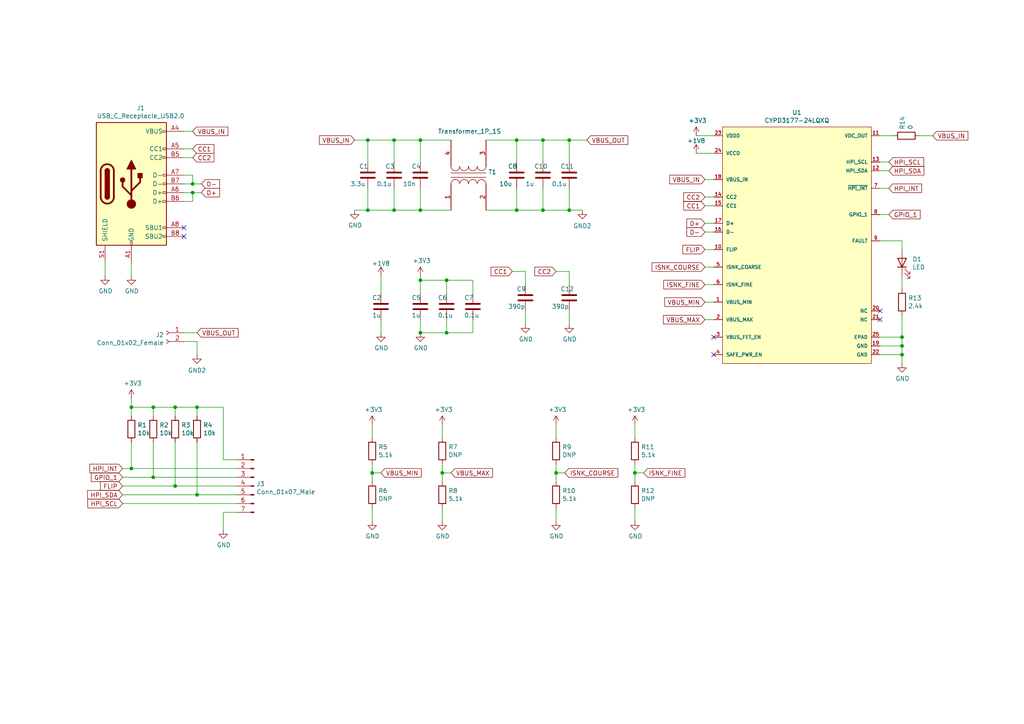
<source format=kicad_sch>
(kicad_sch (version 20211123) (generator eeschema)
  (paper "A4")
  (lib_symbols
    (symbol "Connector:Conn_01x02_Female" (pin_names (offset 1.016) hide)
      (property "Reference" "J" (at 0 2.54 0))
      (property "Value" "Conn_01x02_Female" (at 0 -5.08 0))
      (symbol "Conn_01x02_Female_1_1"
        (arc (start 0 -2.032) (mid -0.508 -2.54) (end 0 -3.048) (stroke (width 0.1524)))
        (polyline (pts (xy -1.27 -2.54) (xy -0.508 -2.54)) (stroke (width 0.1524)))
        (polyline (pts (xy -1.27 0) (xy -0.508 0)) (stroke (width 0.1524)))
        (arc (start 0 0.508) (mid -0.508 0) (end 0 -0.508) (stroke (width 0.1524)))
        (pin passive line (at -5.08 0 0) (length 3.81) (name "Pin_1") (number "1"))
        (pin passive line (at -5.08 -2.54 0) (length 3.81) (name "Pin_2") (number "2"))
      )
    )
    (symbol "Connector:Conn_01x07_Male" (pin_names (offset 1.016) hide)
      (property "Reference" "J" (at 0 10.16 0))
      (property "Value" "Conn_01x07_Male" (at 0 -10.16 0))
      (symbol "Conn_01x07_Male_1_1"
        (polyline (pts (xy 1.27 -7.62) (xy 0.8636 -7.62)) (stroke (width 0.1524)))
        (polyline (pts (xy 1.27 -5.08) (xy 0.8636 -5.08)) (stroke (width 0.1524)))
        (polyline (pts (xy 1.27 -2.54) (xy 0.8636 -2.54)) (stroke (width 0.1524)))
        (polyline (pts (xy 1.27 0) (xy 0.8636 0)) (stroke (width 0.1524)))
        (polyline (pts (xy 1.27 2.54) (xy 0.8636 2.54)) (stroke (width 0.1524)))
        (polyline (pts (xy 1.27 5.08) (xy 0.8636 5.08)) (stroke (width 0.1524)))
        (polyline (pts (xy 1.27 7.62) (xy 0.8636 7.62)) (stroke (width 0.1524)))
        (rectangle (start 0.8636 -7.493) (end 0 -7.747) (stroke (width 0.1524)) (fill (type outline)))
        (rectangle (start 0.8636 -4.953) (end 0 -5.207) (stroke (width 0.1524)) (fill (type outline)))
        (rectangle (start 0.8636 -2.413) (end 0 -2.667) (stroke (width 0.1524)) (fill (type outline)))
        (rectangle (start 0.8636 0.127) (end 0 -0.127) (stroke (width 0.1524)) (fill (type outline)))
        (rectangle (start 0.8636 2.667) (end 0 2.413) (stroke (width 0.1524)) (fill (type outline)))
        (rectangle (start 0.8636 5.207) (end 0 4.953) (stroke (width 0.1524)) (fill (type outline)))
        (rectangle (start 0.8636 7.747) (end 0 7.493) (stroke (width 0.1524)) (fill (type outline)))
        (pin passive line (at 5.08 7.62 180) (length 3.81) (name "Pin_1") (number "1"))
        (pin passive line (at 5.08 5.08 180) (length 3.81) (name "Pin_2") (number "2"))
        (pin passive line (at 5.08 2.54 180) (length 3.81) (name "Pin_3") (number "3"))
        (pin passive line (at 5.08 0 180) (length 3.81) (name "Pin_4") (number "4"))
        (pin passive line (at 5.08 -2.54 180) (length 3.81) (name "Pin_5") (number "5"))
        (pin passive line (at 5.08 -5.08 180) (length 3.81) (name "Pin_6") (number "6"))
        (pin passive line (at 5.08 -7.62 180) (length 3.81) (name "Pin_7") (number "7"))
      )
    )
    (symbol "Connector:USB_C_Receptacle_USB2.0" (pin_names (offset 1.016))
      (property "Reference" "J" (at -10.16 19.05 0))
      (property "Value" "USB_C_Receptacle_USB2.0" (at 19.05 19.05 0))
      (symbol "USB_C_Receptacle_USB2.0_0_0"
        (rectangle (start -0.254 -17.78) (end 0.254 -16.764))
        (rectangle (start 10.16 -14.986) (end 9.144 -15.494))
        (rectangle (start 10.16 -12.446) (end 9.144 -12.954))
        (rectangle (start 10.16 -4.826) (end 9.144 -5.334))
        (rectangle (start 10.16 -2.286) (end 9.144 -2.794))
        (rectangle (start 10.16 0.254) (end 9.144 -0.254))
        (rectangle (start 10.16 2.794) (end 9.144 2.286))
        (rectangle (start 10.16 7.874) (end 9.144 7.366))
        (rectangle (start 10.16 10.414) (end 9.144 9.906))
        (rectangle (start 10.16 15.494) (end 9.144 14.986))
      )
      (symbol "USB_C_Receptacle_USB2.0_0_1"
        (rectangle (start -10.16 17.78) (end 10.16 -17.78) (stroke (width 0.254)) (fill (type background)))
        (arc (start -8.89 -3.81) (mid -6.985 -5.715) (end -5.08 -3.81) (stroke (width 0.508)))
        (arc (start -7.62 -3.81) (mid -6.985 -4.445) (end -6.35 -3.81) (stroke (width 0.254)))
        (arc (start -7.62 -3.81) (mid -6.985 -4.445) (end -6.35 -3.81) (stroke (width 0.254)) (fill (type outline)))
        (rectangle (start -7.62 -3.81) (end -6.35 3.81) (stroke (width 0.254)) (fill (type outline)))
        (arc (start -6.35 3.81) (mid -6.985 4.445) (end -7.62 3.81) (stroke (width 0.254)))
        (arc (start -6.35 3.81) (mid -6.985 4.445) (end -7.62 3.81) (stroke (width 0.254)) (fill (type outline)))
        (arc (start -5.08 3.81) (mid -6.985 5.715) (end -8.89 3.81) (stroke (width 0.508)))
        (circle (center -2.54 1.143) (radius 0.635) (stroke (width 0.254)) (fill (type outline)))
        (circle (center 0 -5.842) (radius 1.27) (fill (type outline)))
        (polyline (pts (xy -8.89 -3.81) (xy -8.89 3.81)) (stroke (width 0.508)))
        (polyline (pts (xy -5.08 3.81) (xy -5.08 -3.81)) (stroke (width 0.508)))
        (polyline (pts (xy 0 -5.842) (xy 0 4.318)) (stroke (width 0.508)))
        (polyline (pts (xy 0 -3.302) (xy -2.54 -0.762) (xy -2.54 0.508)) (stroke (width 0.508)))
        (polyline (pts (xy 0 -2.032) (xy 2.54 0.508) (xy 2.54 1.778)) (stroke (width 0.508)))
        (polyline (pts (xy -1.27 4.318) (xy 0 6.858) (xy 1.27 4.318) (xy -1.27 4.318)) (stroke (width 0.254)) (fill (type outline)))
        (rectangle (start 1.905 1.778) (end 3.175 3.048) (stroke (width 0.254)) (fill (type outline)))
      )
      (symbol "USB_C_Receptacle_USB2.0_1_1"
        (pin passive line (at 0 -22.86 90) (length 5.08) (name "GND") (number "A1"))
        (pin passive line (at 0 -22.86 90) (length 5.08) hide (name "GND") (number "A12"))
        (pin passive line (at 15.24 15.24 180) (length 5.08) (name "VBUS") (number "A4"))
        (pin bidirectional line (at 15.24 10.16 180) (length 5.08) (name "CC1") (number "A5"))
        (pin bidirectional line (at 15.24 -2.54 180) (length 5.08) (name "D+") (number "A6"))
        (pin bidirectional line (at 15.24 2.54 180) (length 5.08) (name "D-") (number "A7"))
        (pin bidirectional line (at 15.24 -12.7 180) (length 5.08) (name "SBU1") (number "A8"))
        (pin passive line (at 15.24 15.24 180) (length 5.08) hide (name "VBUS") (number "A9"))
        (pin passive line (at 0 -22.86 90) (length 5.08) hide (name "GND") (number "B1"))
        (pin passive line (at 0 -22.86 90) (length 5.08) hide (name "GND") (number "B12"))
        (pin passive line (at 15.24 15.24 180) (length 5.08) hide (name "VBUS") (number "B4"))
        (pin bidirectional line (at 15.24 7.62 180) (length 5.08) (name "CC2") (number "B5"))
        (pin bidirectional line (at 15.24 -5.08 180) (length 5.08) (name "D+") (number "B6"))
        (pin bidirectional line (at 15.24 0 180) (length 5.08) (name "D-") (number "B7"))
        (pin bidirectional line (at 15.24 -15.24 180) (length 5.08) (name "SBU2") (number "B8"))
        (pin passive line (at 15.24 15.24 180) (length 5.08) hide (name "VBUS") (number "B9"))
        (pin passive line (at -7.62 -22.86 90) (length 5.08) (name "SHIELD") (number "S1"))
      )
    )
    (symbol "Device:C" (pin_numbers hide) (pin_names (offset 0.254))
      (property "Reference" "C" (at 0.635 2.54 0))
      (property "Value" "C" (at 0.635 -2.54 0))
      (symbol "C_0_1"
        (polyline (pts (xy -2.032 -0.762) (xy 2.032 -0.762)) (stroke (width 0.508)))
        (polyline (pts (xy -2.032 0.762) (xy 2.032 0.762)) (stroke (width 0.508)))
      )
      (symbol "C_1_1"
        (pin passive line (at 0 3.81 270) (length 2.794) (name "~") (number "1"))
        (pin passive line (at 0 -3.81 90) (length 2.794) (name "~") (number "2"))
      )
    )
    (symbol "Device:LED" (pin_numbers hide) (pin_names (offset 1.016) hide)
      (property "Reference" "D" (at 0 2.54 0))
      (property "Value" "LED" (at 0 -2.54 0))
      (symbol "LED_0_1"
        (polyline (pts (xy -1.27 -1.27) (xy -1.27 1.27)) (stroke (width 0.254)))
        (polyline (pts (xy -1.27 0) (xy 1.27 0)))
        (polyline (pts (xy 1.27 -1.27) (xy 1.27 1.27) (xy -1.27 0) (xy 1.27 -1.27)) (stroke (width 0.254)))
        (polyline (pts (xy -3.048 -0.762) (xy -4.572 -2.286) (xy -3.81 -2.286) (xy -4.572 -2.286) (xy -4.572 -1.524)))
        (polyline (pts (xy -1.778 -0.762) (xy -3.302 -2.286) (xy -2.54 -2.286) (xy -3.302 -2.286) (xy -3.302 -1.524)))
      )
      (symbol "LED_1_1"
        (pin passive line (at -3.81 0 0) (length 2.54) (name "K") (number "1"))
        (pin passive line (at 3.81 0 180) (length 2.54) (name "A") (number "2"))
      )
    )
    (symbol "Device:R" (pin_numbers hide) (pin_names (offset 0))
      (property "Reference" "R" (at 2.032 0 90))
      (property "Value" "R" (at 0 0 90))
      (symbol "R_0_1"
        (rectangle (start -1.016 -2.54) (end 1.016 2.54) (stroke (width 0.254)))
      )
      (symbol "R_1_1"
        (pin passive line (at 0 3.81 270) (length 1.27) (name "~") (number "1"))
        (pin passive line (at 0 -3.81 90) (length 1.27) (name "~") (number "2"))
      )
    )
    (symbol "Device:Transformer_1P_1S" (pin_names (offset 1.016) hide)
      (property "Reference" "T" (at 0 6.35 0))
      (property "Value" "Transformer_1P_1S" (at 0 -7.62 0))
      (symbol "Transformer_1P_1S_0_1"
        (arc (start -2.54 -5.0546) (mid -1.6561 -4.6863) (end -1.27 -3.81))
        (arc (start -2.54 -2.5146) (mid -1.6561 -2.1463) (end -1.27 -1.27))
        (arc (start -2.54 0.0254) (mid -1.6561 0.3937) (end -1.27 1.27))
        (arc (start -2.54 2.5654) (mid -1.6561 2.9337) (end -1.27 3.81))
        (arc (start -1.27 -3.81) (mid -1.642 -2.912) (end -2.54 -2.54))
        (arc (start -1.27 -1.27) (mid -1.642 -0.372) (end -2.54 0))
        (arc (start -1.27 1.27) (mid -1.642 2.168) (end -2.54 2.54))
        (arc (start -1.27 3.81) (mid -1.642 4.708) (end -2.54 5.08))
        (polyline (pts (xy -0.635 5.08) (xy -0.635 -5.08)))
        (polyline (pts (xy 0.635 -5.08) (xy 0.635 5.08)))
        (arc (start 1.2954 -1.27) (mid 1.6599 -2.1501) (end 2.54 -2.5146))
        (arc (start 1.2954 1.27) (mid 1.6599 0.3899) (end 2.54 0.0254))
        (arc (start 1.2954 3.81) (mid 1.6599 2.9299) (end 2.54 2.5654))
        (arc (start 1.3208 -3.81) (mid 1.6853 -4.6901) (end 2.5654 -5.0546))
        (arc (start 2.54 0) (mid 1.6456 -0.3683) (end 1.2954 -1.27))
        (arc (start 2.54 2.54) (mid 1.6456 2.1717) (end 1.2954 1.27))
        (arc (start 2.54 5.08) (mid 1.6456 4.7117) (end 1.2954 3.81))
        (arc (start 2.5654 -2.54) (mid 1.671 -2.9083) (end 1.3208 -3.81))
      )
      (symbol "Transformer_1P_1S_1_1"
        (pin passive line (at -10.16 5.08 0) (length 7.62) (name "AA") (number "1"))
        (pin passive line (at -10.16 -5.08 0) (length 7.62) (name "AB") (number "2"))
        (pin passive line (at 10.16 -5.08 180) (length 7.62) (name "SA") (number "3"))
        (pin passive line (at 10.16 5.08 180) (length 7.62) (name "SB") (number "4"))
      )
    )
    (symbol "eec:CYPD3177-24LQXQ" (pin_names (offset 1.016))
      (property "Reference" "U" (at 0 5.08 0))
      (property "Value" "CYPD3177-24LQXQ" (at 0 7.62 0))
      (symbol "CYPD3177-24LQXQ_1_1"
        (rectangle (start 5.08 2.54) (end 48.26 -66.04) (fill (type background)))
        (pin passive line (at 2.54 -48.26 0) (length 2.54) (name "VBUS_MIN") (number "1"))
        (pin bidirectional line (at 2.54 -33.02 0) (length 2.54) (name "FLIP") (number "10"))
        (pin passive line (at 50.8 0 180) (length 2.54) (name "VDC_OUT") (number "11"))
        (pin bidirectional line (at 50.8 -10.16 180) (length 2.54) (name "HPI_SDA") (number "12"))
        (pin input line (at 50.8 -7.62 180) (length 2.54) (name "HPI_SCL") (number "13"))
        (pin passive line (at 2.54 -17.78 0) (length 2.54) (name "CC2") (number "14"))
        (pin passive line (at 2.54 -20.32 0) (length 2.54) (name "CC1") (number "15"))
        (pin bidirectional line (at 2.54 -27.94 0) (length 2.54) (name "D-") (number "16"))
        (pin bidirectional line (at 2.54 -25.4 0) (length 2.54) (name "D+") (number "17"))
        (pin power_in line (at 2.54 -12.7 0) (length 2.54) (name "VBUS_IN") (number "18"))
        (pin power_in line (at 50.8 -60.96 180) (length 2.54) (name "GND") (number "19"))
        (pin passive line (at 2.54 -53.34 0) (length 2.54) (name "VBUS_MAX") (number "2"))
        (pin passive line (at 50.8 -50.8 180) (length 2.54) (name "NC") (number "20"))
        (pin passive line (at 50.8 -53.34 180) (length 2.54) (name "NC") (number "21"))
        (pin power_in line (at 50.8 -63.5 180) (length 2.54) (name "GND") (number "22"))
        (pin power_in line (at 2.54 0 0) (length 2.54) (name "VDDD") (number "23"))
        (pin power_in line (at 2.54 -5.08 0) (length 2.54) (name "VCCD") (number "24"))
        (pin power_in line (at 50.8 -58.42 180) (length 2.54) (name "EPAD") (number "25"))
        (pin passive line (at 2.54 -58.42 0) (length 2.54) (name "VBUS_FET_EN") (number "3"))
        (pin passive line (at 2.54 -63.5 0) (length 2.54) (name "SAFE_PWR_EN") (number "4"))
        (pin passive line (at 2.54 -38.1 0) (length 2.54) (name "ISNK_COARSE") (number "5"))
        (pin passive line (at 2.54 -43.18 0) (length 2.54) (name "ISNK_FINE") (number "6"))
        (pin passive line (at 50.8 -15.24 180) (length 2.54) (name "~{HPI_INT}") (number "7"))
        (pin bidirectional line (at 50.8 -22.86 180) (length 2.54) (name "GPIO_1") (number "8"))
        (pin open_collector line (at 50.8 -30.48 180) (length 2.54) (name "FAULT") (number "9"))
      )
    )
    (symbol "power:+1V8" (power) (pin_names (offset 0))
      (property "Value" "+1V8" (at 0 3.556 0))
      (symbol "+1V8_0_1"
        (polyline (pts (xy -0.762 1.27) (xy 0 2.54)))
        (polyline (pts (xy 0 0) (xy 0 2.54)))
        (polyline (pts (xy 0 2.54) (xy 0.762 1.27)))
      )
      (symbol "+1V8_1_1"
        (pin power_in line (at 0 0 90) (length 0) hide (name "+1V8") (number "1"))
      )
    )
    (symbol "power:+3.3V" (power) (pin_names (offset 0))
      (property "Value" "+3.3V" (at 0 3.556 0))
      (symbol "+3.3V_0_1"
        (polyline (pts (xy -0.762 1.27) (xy 0 2.54)))
        (polyline (pts (xy 0 0) (xy 0 2.54)))
        (polyline (pts (xy 0 2.54) (xy 0.762 1.27)))
      )
      (symbol "+3.3V_1_1"
        (pin power_in line (at 0 0 90) (length 0) hide (name "+3V3") (number "1"))
      )
    )
    (symbol "power:GND" (power) (pin_names (offset 0))
      (property "Value" "GND" (at 0 -3.81 0))
      (symbol "GND_0_1"
        (polyline (pts (xy 0 0) (xy 0 -1.27) (xy 1.27 -1.27) (xy 0 -2.54) (xy -1.27 -1.27) (xy 0 -1.27)))
      )
      (symbol "GND_1_1"
        (pin power_in line (at 0 0 270) (length 0) hide (name "GND") (number "1"))
      )
    )
    (symbol "power:GND2" (power) (pin_names (offset 0))
      (property "Value" "GND2" (at 0 -3.81 0))
      (symbol "GND2_0_1"
        (polyline (pts (xy 0 0) (xy 0 -1.27) (xy 1.27 -1.27) (xy 0 -2.54) (xy -1.27 -1.27) (xy 0 -1.27)))
      )
      (symbol "GND2_1_1"
        (pin power_in line (at 0 0 270) (length 0) hide (name "GND2") (number "1"))
      )
    )
  )
  (junction (at 55.88 53.34))
  (junction (at 57.15 143.51))
  (junction (at 184.15 137.16))
  (junction (at 50.8 118.11))
  (junction (at 114.3 60.96))
  (junction (at 165.1 40.64))
  (junction (at 149.86 60.96))
  (junction (at 57.15 118.11))
  (junction (at 106.68 40.64))
  (junction (at 261.62 100.33))
  (junction (at 114.3 40.64))
  (junction (at 165.1 60.96))
  (junction (at 44.45 138.43))
  (junction (at 38.1 135.89))
  (junction (at 107.95 137.16))
  (junction (at 50.8 140.97))
  (junction (at 128.27 137.16))
  (junction (at 121.92 96.52))
  (junction (at 149.86 40.64))
  (junction (at 121.92 60.96))
  (junction (at 157.48 60.96))
  (junction (at 261.62 97.79))
  (junction (at 38.1 118.11))
  (junction (at 106.68 60.96))
  (junction (at 129.54 81.28))
  (junction (at 44.45 118.11))
  (junction (at 129.54 96.52))
  (junction (at 161.29 137.16))
  (junction (at 121.92 40.64))
  (junction (at 55.88 55.88))
  (junction (at 157.48 40.64))
  (junction (at 121.92 81.28))
  (junction (at 261.62 102.87))
  (no_connect (at 53.34 68.58))
  (no_connect (at 255.27 92.71))
  (no_connect (at 255.27 90.17))
  (no_connect (at 207.01 97.79))
  (no_connect (at 207.01 102.87))
  (no_connect (at 53.34 66.04))
  (wire (pts (xy 152.4 90.17) (xy 152.4 93.98)))
  (wire (pts (xy 128.27 123.19) (xy 128.27 127)))
  (wire (pts (xy 106.68 54.61) (xy 106.68 60.96)))
  (wire (pts (xy 184.15 137.16) (xy 186.69 137.16)))
  (wire (pts (xy 157.48 60.96) (xy 149.86 60.96)))
  (wire (pts (xy 129.54 92.71) (xy 129.54 96.52)))
  (wire (pts (xy 50.8 120.65) (xy 50.8 118.11)))
  (wire (pts (xy 161.29 78.74) (xy 165.1 78.74)))
  (wire (pts (xy 261.62 97.79) (xy 261.62 100.33)))
  (wire (pts (xy 64.77 133.35) (xy 68.58 133.35)))
  (wire (pts (xy 255.27 100.33) (xy 261.62 100.33)))
  (wire (pts (xy 121.92 40.64) (xy 121.92 46.99)))
  (wire (pts (xy 38.1 115.57) (xy 38.1 118.11)))
  (wire (pts (xy 165.1 90.17) (xy 165.1 93.98)))
  (wire (pts (xy 204.47 82.55) (xy 207.01 82.55)))
  (wire (pts (xy 106.68 60.96) (xy 114.3 60.96)))
  (wire (pts (xy 140.97 40.64) (xy 149.86 40.64)))
  (wire (pts (xy 184.15 147.32) (xy 184.15 151.13)))
  (wire (pts (xy 137.16 85.09) (xy 137.16 81.28)))
  (wire (pts (xy 121.92 92.71) (xy 121.92 96.52)))
  (wire (pts (xy 137.16 81.28) (xy 129.54 81.28)))
  (wire (pts (xy 64.77 118.11) (xy 64.77 133.35)))
  (wire (pts (xy 129.54 81.28) (xy 121.92 81.28)))
  (wire (pts (xy 110.49 80.01) (xy 110.49 85.09)))
  (wire (pts (xy 44.45 118.11) (xy 50.8 118.11)))
  (wire (pts (xy 128.27 147.32) (xy 128.27 151.13)))
  (wire (pts (xy 30.48 76.2) (xy 30.48 80.01)))
  (wire (pts (xy 121.92 40.64) (xy 130.81 40.64)))
  (wire (pts (xy 165.1 40.64) (xy 170.18 40.64)))
  (wire (pts (xy 55.88 53.34) (xy 58.42 53.34)))
  (wire (pts (xy 57.15 118.11) (xy 57.15 120.65)))
  (wire (pts (xy 204.47 67.31) (xy 207.01 67.31)))
  (wire (pts (xy 107.95 123.19) (xy 107.95 127)))
  (wire (pts (xy 201.93 39.37) (xy 207.01 39.37)))
  (wire (pts (xy 204.47 52.07) (xy 207.01 52.07)))
  (wire (pts (xy 114.3 40.64) (xy 114.3 46.99)))
  (wire (pts (xy 255.27 39.37) (xy 259.08 39.37)))
  (wire (pts (xy 53.34 38.1) (xy 55.88 38.1)))
  (wire (pts (xy 129.54 96.52) (xy 137.16 96.52)))
  (wire (pts (xy 137.16 92.71) (xy 137.16 96.52)))
  (wire (pts (xy 165.1 40.64) (xy 165.1 46.99)))
  (wire (pts (xy 204.47 72.39) (xy 207.01 72.39)))
  (wire (pts (xy 255.27 49.53) (xy 257.81 49.53)))
  (wire (pts (xy 129.54 81.28) (xy 129.54 85.09)))
  (wire (pts (xy 53.34 99.06) (xy 57.15 99.06)))
  (wire (pts (xy 57.15 128.27) (xy 57.15 143.51)))
  (wire (pts (xy 266.7 39.37) (xy 270.51 39.37)))
  (wire (pts (xy 102.87 60.96) (xy 106.68 60.96)))
  (wire (pts (xy 148.59 78.74) (xy 152.4 78.74)))
  (wire (pts (xy 35.56 135.89) (xy 38.1 135.89)))
  (wire (pts (xy 35.56 140.97) (xy 50.8 140.97)))
  (wire (pts (xy 44.45 118.11) (xy 44.45 120.65)))
  (wire (pts (xy 255.27 54.61) (xy 257.81 54.61)))
  (wire (pts (xy 161.29 147.32) (xy 161.29 151.13)))
  (wire (pts (xy 55.88 53.34) (xy 53.34 53.34)))
  (wire (pts (xy 55.88 58.42) (xy 55.88 55.88)))
  (wire (pts (xy 261.62 91.44) (xy 261.62 97.79)))
  (wire (pts (xy 261.62 100.33) (xy 261.62 102.87)))
  (wire (pts (xy 128.27 137.16) (xy 130.81 137.16)))
  (wire (pts (xy 38.1 76.2) (xy 38.1 80.01)))
  (wire (pts (xy 128.27 134.62) (xy 128.27 137.16)))
  (wire (pts (xy 110.49 92.71) (xy 110.49 96.52)))
  (wire (pts (xy 64.77 118.11) (xy 57.15 118.11)))
  (wire (pts (xy 68.58 148.59) (xy 64.77 148.59)))
  (wire (pts (xy 149.86 40.64) (xy 149.86 46.99)))
  (wire (pts (xy 50.8 140.97) (xy 68.58 140.97)))
  (wire (pts (xy 50.8 118.11) (xy 57.15 118.11)))
  (wire (pts (xy 53.34 50.8) (xy 55.88 50.8)))
  (wire (pts (xy 255.27 102.87) (xy 261.62 102.87)))
  (wire (pts (xy 204.47 57.15) (xy 207.01 57.15)))
  (wire (pts (xy 165.1 78.74) (xy 165.1 82.55)))
  (wire (pts (xy 157.48 40.64) (xy 157.48 46.99)))
  (wire (pts (xy 64.77 148.59) (xy 64.77 153.67)))
  (wire (pts (xy 204.47 92.71) (xy 207.01 92.71)))
  (wire (pts (xy 57.15 143.51) (xy 68.58 143.51)))
  (wire (pts (xy 55.88 55.88) (xy 58.42 55.88)))
  (wire (pts (xy 255.27 46.99) (xy 257.81 46.99)))
  (wire (pts (xy 204.47 59.69) (xy 207.01 59.69)))
  (wire (pts (xy 165.1 60.96) (xy 168.91 60.96)))
  (wire (pts (xy 55.88 50.8) (xy 55.88 53.34)))
  (wire (pts (xy 201.93 44.45) (xy 207.01 44.45)))
  (wire (pts (xy 161.29 123.19) (xy 161.29 127)))
  (wire (pts (xy 38.1 135.89) (xy 68.58 135.89)))
  (wire (pts (xy 261.62 69.85) (xy 261.62 72.39)))
  (wire (pts (xy 129.54 96.52) (xy 121.92 96.52)))
  (wire (pts (xy 204.47 77.47) (xy 207.01 77.47)))
  (wire (pts (xy 57.15 96.52) (xy 53.34 96.52)))
  (wire (pts (xy 35.56 146.05) (xy 68.58 146.05)))
  (wire (pts (xy 157.48 54.61) (xy 157.48 60.96)))
  (wire (pts (xy 38.1 118.11) (xy 38.1 120.65)))
  (wire (pts (xy 157.48 40.64) (xy 165.1 40.64)))
  (wire (pts (xy 184.15 134.62) (xy 184.15 137.16)))
  (wire (pts (xy 53.34 45.72) (xy 55.88 45.72)))
  (wire (pts (xy 107.95 147.32) (xy 107.95 151.13)))
  (wire (pts (xy 50.8 128.27) (xy 50.8 140.97)))
  (wire (pts (xy 44.45 138.43) (xy 68.58 138.43)))
  (wire (pts (xy 165.1 54.61) (xy 165.1 60.96)))
  (wire (pts (xy 107.95 137.16) (xy 110.49 137.16)))
  (wire (pts (xy 255.27 97.79) (xy 261.62 97.79)))
  (wire (pts (xy 114.3 54.61) (xy 114.3 60.96)))
  (wire (pts (xy 261.62 102.87) (xy 261.62 105.41)))
  (wire (pts (xy 184.15 123.19) (xy 184.15 127)))
  (wire (pts (xy 128.27 137.16) (xy 128.27 139.7)))
  (wire (pts (xy 114.3 60.96) (xy 121.92 60.96)))
  (wire (pts (xy 165.1 60.96) (xy 157.48 60.96)))
  (wire (pts (xy 121.92 60.96) (xy 130.81 60.96)))
  (wire (pts (xy 102.87 40.64) (xy 106.68 40.64)))
  (wire (pts (xy 53.34 43.18) (xy 55.88 43.18)))
  (wire (pts (xy 35.56 143.51) (xy 57.15 143.51)))
  (wire (pts (xy 55.88 55.88) (xy 53.34 55.88)))
  (wire (pts (xy 53.34 58.42) (xy 55.88 58.42)))
  (wire (pts (xy 35.56 138.43) (xy 44.45 138.43)))
  (wire (pts (xy 44.45 128.27) (xy 44.45 138.43)))
  (wire (pts (xy 161.29 134.62) (xy 161.29 137.16)))
  (wire (pts (xy 184.15 137.16) (xy 184.15 139.7)))
  (wire (pts (xy 161.29 137.16) (xy 161.29 139.7)))
  (wire (pts (xy 261.62 80.01) (xy 261.62 83.82)))
  (wire (pts (xy 121.92 81.28) (xy 121.92 85.09)))
  (wire (pts (xy 149.86 60.96) (xy 140.97 60.96)))
  (wire (pts (xy 107.95 137.16) (xy 107.95 139.7)))
  (wire (pts (xy 106.68 40.64) (xy 114.3 40.64)))
  (wire (pts (xy 121.92 80.01) (xy 121.92 81.28)))
  (wire (pts (xy 152.4 78.74) (xy 152.4 82.55)))
  (wire (pts (xy 121.92 54.61) (xy 121.92 60.96)))
  (wire (pts (xy 149.86 40.64) (xy 157.48 40.64)))
  (wire (pts (xy 107.95 134.62) (xy 107.95 137.16)))
  (wire (pts (xy 255.27 69.85) (xy 261.62 69.85)))
  (wire (pts (xy 161.29 137.16) (xy 163.83 137.16)))
  (wire (pts (xy 57.15 99.06) (xy 57.15 102.87)))
  (wire (pts (xy 38.1 128.27) (xy 38.1 135.89)))
  (wire (pts (xy 38.1 118.11) (xy 44.45 118.11)))
  (wire (pts (xy 106.68 40.64) (xy 106.68 46.99)))
  (wire (pts (xy 204.47 87.63) (xy 207.01 87.63)))
  (wire (pts (xy 255.27 62.23) (xy 257.81 62.23)))
  (wire (pts (xy 204.47 64.77) (xy 207.01 64.77)))
  (wire (pts (xy 114.3 40.64) (xy 121.92 40.64)))
  (wire (pts (xy 149.86 54.61) (xy 149.86 60.96)))
  (global_label "CC2" (shape input) (at 204.47 57.15 180) (property "Intersheet References" "${INTERSHEET_REFS}" (effects hide)))
  (global_label "GPIO_1" (shape input) (at 257.81 62.23 0) (property "Intersheet References" "${INTERSHEET_REFS}" (effects hide)))
  (global_label "HPI_SDA" (shape input) (at 257.81 49.53 0) (property "Intersheet References" "${INTERSHEET_REFS}" (effects hide)))
  (global_label "HPI_INT" (shape input) (at 257.81 54.61 0) (property "Intersheet References" "${INTERSHEET_REFS}" (effects hide)))
  (global_label "VBUS_MIN" (shape input) (at 204.47 87.63 180) (property "Intersheet References" "${INTERSHEET_REFS}" (effects hide)))
  (global_label "CC2" (shape input) (at 55.88 45.72 0) (property "Intersheet References" "${INTERSHEET_REFS}" (effects hide)))
  (global_label "VBUS_OUT" (shape input) (at 170.18 40.64 0) (property "Intersheet References" "${INTERSHEET_REFS}" (effects hide)))
  (global_label "D+" (shape input) (at 204.47 64.77 180) (property "Intersheet References" "${INTERSHEET_REFS}" (effects hide)))
  (global_label "FLIP" (shape input) (at 35.56 140.97 180) (property "Intersheet References" "${INTERSHEET_REFS}" (effects hide)))
  (global_label "ISNK_FINE" (shape input) (at 186.69 137.16 0) (property "Intersheet References" "${INTERSHEET_REFS}" (effects hide)))
  (global_label "CC1" (shape input) (at 148.59 78.74 180) (property "Intersheet References" "${INTERSHEET_REFS}" (effects hide)))
  (global_label "D+" (shape input) (at 58.42 55.88 0) (property "Intersheet References" "${INTERSHEET_REFS}" (effects hide)))
  (global_label "VBUS_MAX" (shape input) (at 130.81 137.16 0) (property "Intersheet References" "${INTERSHEET_REFS}" (effects hide)))
  (global_label "HPI_INT" (shape input) (at 35.56 135.89 180) (property "Intersheet References" "${INTERSHEET_REFS}" (effects hide)))
  (global_label "HPI_SCL" (shape input) (at 257.81 46.99 0) (property "Intersheet References" "${INTERSHEET_REFS}" (effects hide)))
  (global_label "CC1" (shape input) (at 204.47 59.69 180) (property "Intersheet References" "${INTERSHEET_REFS}" (effects hide)))
  (global_label "GPIO_1" (shape input) (at 35.56 138.43 180) (property "Intersheet References" "${INTERSHEET_REFS}" (effects hide)))
  (global_label "VBUS_IN" (shape input) (at 204.47 52.07 180) (property "Intersheet References" "${INTERSHEET_REFS}" (effects hide)))
  (global_label "ISNK_COURSE" (shape input) (at 163.83 137.16 0) (property "Intersheet References" "${INTERSHEET_REFS}" (effects hide)))
  (global_label "HPI_SCL" (shape input) (at 35.56 146.05 180) (property "Intersheet References" "${INTERSHEET_REFS}" (effects hide)))
  (global_label "HPI_SDA" (shape input) (at 35.56 143.51 180) (property "Intersheet References" "${INTERSHEET_REFS}" (effects hide)))
  (global_label "ISNK_COURSE" (shape input) (at 204.47 77.47 180) (property "Intersheet References" "${INTERSHEET_REFS}" (effects hide)))
  (global_label "FLIP" (shape input) (at 204.47 72.39 180) (property "Intersheet References" "${INTERSHEET_REFS}" (effects hide)))
  (global_label "CC2" (shape input) (at 161.29 78.74 180) (property "Intersheet References" "${INTERSHEET_REFS}" (effects hide)))
  (global_label "VBUS_MIN" (shape input) (at 110.49 137.16 0) (property "Intersheet References" "${INTERSHEET_REFS}" (effects hide)))
  (global_label "VBUS_IN" (shape input) (at 270.51 39.37 0) (property "Intersheet References" "${INTERSHEET_REFS}" (effects hide)))
  (global_label "VBUS_IN" (shape input) (at 102.87 40.64 180) (property "Intersheet References" "${INTERSHEET_REFS}" (effects hide)))
  (global_label "ISNK_FINE" (shape input) (at 204.47 82.55 180) (property "Intersheet References" "${INTERSHEET_REFS}" (effects hide)))
  (global_label "CC1" (shape input) (at 55.88 43.18 0) (property "Intersheet References" "${INTERSHEET_REFS}" (effects hide)))
  (global_label "VBUS_MAX" (shape input) (at 204.47 92.71 180) (property "Intersheet References" "${INTERSHEET_REFS}" (effects hide)))
  (global_label "D-" (shape input) (at 58.42 53.34 0) (property "Intersheet References" "${INTERSHEET_REFS}" (effects hide)))
  (global_label "VBUS_OUT" (shape input) (at 57.15 96.52 0) (property "Intersheet References" "${INTERSHEET_REFS}" (effects hide)))
  (global_label "D-" (shape input) (at 204.47 67.31 180) (property "Intersheet References" "${INTERSHEET_REFS}" (effects hide)))
  (global_label "VBUS_IN" (shape input) (at 55.88 38.1 0) (property "Intersheet References" "${INTERSHEET_REFS}" (effects hide)))
  (symbol (lib_id "Connector:USB_C_Receptacle_USB2.0") (at 38.1 53.34 0) (unit 1)
    (property "Reference" "J1" (at 40.8178 31.3182 0))
    (property "Value" "USB_C_Receptacle_USB2.0" (at 40.8178 33.6296 0))
    (property "Footprint" "Connector_USB:USB_C_Receptacle_XKB_U262-16XN-4BVC11" (effects hide))
    (property "Datasheet" "https://www.usb.org/sites/default/files/documents/usb_type-c.zip" (effects hide))
  )
  (symbol (lib_id "eec:CYPD3177-24LQXQ") (at 204.47 39.37 0) (unit 1)
    (property "Reference" "U1" (at 231.14 32.639 0))
    (property "Value" "CYPD3177-24LQXQ" (at 231.14 34.9504 0))
    (property "Footprint" "CYPD3177-24LQXQ:Cypress_Semiconductor-002-16934-0-C-IPC_C" (effects hide))
    (property "Datasheet" "https://www.cypress.com/file/460416/download" (effects hide))
    (property "ambient temperature range high" "+105°C" (effects hide))
    (property "ambient temperature range low" "-40°C" (effects hide))
    (property "automotive" "No" (effects hide))
    (property "category" "IC" (effects hide))
    (property "device class L1" "Integrated Circuits (ICs)" (effects hide))
    (property "device class L2" "Interface ICs" (effects hide))
    (property "device class L3" "USB Interface ICs" (effects hide))
    (property "digikey description" "IC USB TYPE-C PORT CONTROL 24QFN" (effects hide))
    (property "digikey part number" "428-4652-ND" (effects hide))
    (property "height" "0.6mm" (effects hide))
    (property "interface" "I2C,USB" (effects hide))
    (property "ipc land pattern name" "QFN50P400X400X60-24" (effects hide))
    (property "lead free" "Yes" (effects hide))
    (property "library id" "fccc3b7104efadc5" (effects hide))
    (property "manufacturer" "Cypress Semiconductor" (effects hide))
    (property "max junction temp" "+120°C" (effects hide))
    (property "max supply voltage" "24.5V" (effects hide))
    (property "min supply voltage" "1.8V" (effects hide))
    (property "mouser description" "USB 3 V 24 MHz surface Mount Type-C Port Controller - QFN-24" (effects hide))
    (property "mouser part number" "727-CYPD3177-24LQXQ" (effects hide))
    (property "number of ports" "1" (effects hide))
    (property "package" "QFN24" (effects hide))
    (property "rohs" "Yes" (effects hide))
    (property "standoff height" "0mm" (effects hide))
    (property "temperature range high" "+120°C" (effects hide))
    (property "temperature range low" "-40°C" (effects hide))
    (property "usb standard" "USB 3.0" (effects hide))
  )
  (symbol (lib_id "power:GND") (at 38.1 80.01 0) (unit 1)
    (property "Reference" "#PWR02" (effects hide))
    (property "Value" "GND" (at 38.227 84.4042 0))
  )
  (symbol (lib_id "power:GND") (at 261.62 105.41 0) (unit 1)
    (property "Reference" "#PWR024" (effects hide))
    (property "Value" "GND" (at 261.747 109.8042 0))
  )
  (symbol (lib_id "Device:R") (at 128.27 130.81 0) (unit 1)
    (property "Reference" "R7" (at 130.048 129.6416 0) (effects (justify left)))
    (property "Value" "DNP" (at 130.048 131.953 0) (effects (justify left)))
    (property "Footprint" "Resistor_SMD:R_0603_1608Metric" (effects hide))
  )
  (symbol (lib_id "power:+3.3V") (at 128.27 123.19 0) (unit 1)
    (property "Reference" "#PWR013" (effects hide))
    (property "Value" "+3.3V" (at 128.651 118.7958 0))
  )
  (symbol (lib_id "power:+3.3V") (at 161.29 123.19 0) (unit 1)
    (property "Reference" "#PWR016" (effects hide))
    (property "Value" "+3.3V" (at 161.671 118.7958 0))
  )
  (symbol (lib_id "Device:R") (at 161.29 130.81 0) (unit 1)
    (property "Reference" "R9" (at 163.068 129.6416 0) (effects (justify left)))
    (property "Value" "DNP" (at 163.068 131.953 0) (effects (justify left)))
    (property "Footprint" "Resistor_SMD:R_0603_1608Metric" (effects hide))
  )
  (symbol (lib_id "Connector:Conn_01x07_Male") (at 73.66 140.97 0) (mirror y) (unit 1)
    (property "Reference" "J3" (at 74.3712 140.3604 0) (effects (justify right)))
    (property "Value" "Conn_01x07_Male" (at 74.3712 142.6718 0) (effects (justify right)))
    (property "Footprint" "Connector_PinHeader_2.00mm:PinHeader_1x07_P2.00mm_Vertical" (effects hide))
  )
  (symbol (lib_id "power:GND") (at 64.77 153.67 0) (unit 1)
    (property "Reference" "#PWR05" (effects hide))
    (property "Value" "GND" (at 64.897 158.0642 0))
  )
  (symbol (lib_id "Device:R") (at 57.15 124.46 0) (unit 1)
    (property "Reference" "R4" (at 58.928 123.2916 0) (effects (justify left)))
    (property "Value" "10k" (at 58.928 125.603 0) (effects (justify left)))
    (property "Footprint" "Resistor_SMD:R_0603_1608Metric" (effects hide))
  )
  (symbol (lib_id "Device:R") (at 50.8 124.46 0) (unit 1)
    (property "Reference" "R3" (at 52.578 123.2916 0) (effects (justify left)))
    (property "Value" "10k" (at 52.578 125.603 0) (effects (justify left)))
    (property "Footprint" "Resistor_SMD:R_0603_1608Metric" (effects hide))
  )
  (symbol (lib_id "Device:R") (at 44.45 124.46 0) (unit 1)
    (property "Reference" "R2" (at 46.228 123.2916 0) (effects (justify left)))
    (property "Value" "10k" (at 46.228 125.603 0) (effects (justify left)))
    (property "Footprint" "Resistor_SMD:R_0603_1608Metric" (effects hide))
  )
  (symbol (lib_id "Device:R") (at 38.1 124.46 0) (unit 1)
    (property "Reference" "R1" (at 39.878 123.2916 0) (effects (justify left)))
    (property "Value" "10k" (at 39.878 125.603 0) (effects (justify left)))
    (property "Footprint" "Resistor_SMD:R_0603_1608Metric" (effects hide))
  )
  (symbol (lib_id "power:+3.3V") (at 38.1 115.57 0) (unit 1)
    (property "Reference" "#PWR03" (effects hide))
    (property "Value" "+3.3V" (at 38.481 111.1758 0))
  )
  (symbol (lib_id "Device:R") (at 261.62 87.63 180) (unit 1)
    (property "Reference" "R13" (at 263.398 86.4616 0) (effects (justify right)))
    (property "Value" "2.4k" (at 263.398 88.773 0) (effects (justify right)))
    (property "Footprint" "Resistor_SMD:R_0603_1608Metric" (effects hide))
  )
  (symbol (lib_id "Device:LED") (at 261.62 76.2 90) (unit 1)
    (property "Reference" "D1" (at 264.6172 75.2094 90) (effects (justify right)))
    (property "Value" "LED" (at 264.6172 77.5208 90) (effects (justify right)))
    (property "Footprint" "LED_SMD:LED_0603_1608Metric" (effects hide))
  )
  (symbol (lib_id "power:GND") (at 184.15 151.13 0) (unit 1)
    (property "Reference" "#PWR021" (effects hide))
    (property "Value" "GND" (at 184.277 155.5242 0))
  )
  (symbol (lib_id "power:GND") (at 128.27 151.13 0) (unit 1)
    (property "Reference" "#PWR014" (effects hide))
    (property "Value" "GND" (at 128.397 155.5242 0))
  )
  (symbol (lib_id "power:GND") (at 121.92 96.52 0) (unit 1)
    (property "Reference" "#PWR012" (effects hide))
    (property "Value" "GND" (at 122.047 100.9142 0))
  )
  (symbol (lib_id "Device:R") (at 184.15 130.81 0) (unit 1)
    (property "Reference" "R11" (at 185.928 129.6416 0) (effects (justify left)))
    (property "Value" "5.1k" (at 185.928 131.953 0) (effects (justify left)))
    (property "Footprint" "Resistor_SMD:R_0603_1608Metric" (effects hide))
  )
  (symbol (lib_id "power:GND") (at 161.29 151.13 0) (unit 1)
    (property "Reference" "#PWR017" (effects hide))
    (property "Value" "GND" (at 161.417 155.5242 0))
  )
  (symbol (lib_id "Device:C") (at 121.92 88.9 0) (unit 1)
    (property "Reference" "C5" (at 119.38 86.36 0) (effects (justify left)))
    (property "Value" "1u" (at 119.38 91.44 0) (effects (justify left)))
    (property "Footprint" "Capacitor_SMD:C_0603_1608Metric" (effects hide))
  )
  (symbol (lib_id "power:+3.3V") (at 121.92 80.01 0) (unit 1)
    (property "Reference" "#PWR011" (effects hide))
    (property "Value" "+3.3V" (at 122.301 75.6158 0))
  )
  (symbol (lib_id "Device:C") (at 110.49 88.9 0) (unit 1)
    (property "Reference" "C2" (at 107.95 86.36 0) (effects (justify left)))
    (property "Value" "1u" (at 107.95 91.44 0) (effects (justify left)))
    (property "Footprint" "Capacitor_SMD:C_0603_1608Metric" (effects hide))
  )
  (symbol (lib_id "power:GND") (at 30.48 80.01 0) (unit 1)
    (property "Reference" "#PWR01" (effects hide))
    (property "Value" "GND" (at 30.607 84.4042 0))
  )
  (symbol (lib_id "Device:C") (at 114.3 50.8 0) (unit 1)
    (property "Reference" "C3" (at 111.76 48.26 0) (effects (justify left)))
    (property "Value" "0.1u" (at 109.22 53.34 0) (effects (justify left)))
    (property "Footprint" "Capacitor_SMD:C_0603_1608Metric" (effects hide))
  )
  (symbol (lib_id "Device:R") (at 128.27 143.51 0) (unit 1)
    (property "Reference" "R8" (at 130.048 142.3416 0) (effects (justify left)))
    (property "Value" "5.1k" (at 130.048 144.653 0) (effects (justify left)))
    (property "Footprint" "Resistor_SMD:R_0603_1608Metric" (effects hide))
  )
  (symbol (lib_id "Device:R") (at 107.95 130.81 0) (unit 1)
    (property "Reference" "R5" (at 109.728 129.6416 0) (effects (justify left)))
    (property "Value" "5.1k" (at 109.728 131.953 0) (effects (justify left)))
    (property "Footprint" "Resistor_SMD:R_0603_1608Metric" (effects hide))
  )
  (symbol (lib_id "Device:C") (at 106.68 50.8 0) (unit 1)
    (property "Reference" "C1" (at 104.14 48.26 0) (effects (justify left)))
    (property "Value" "3.3u" (at 101.6 53.34 0) (effects (justify left)))
    (property "Footprint" "Capacitor_SMD:C_0603_1608Metric" (effects hide))
  )
  (symbol (lib_id "power:GND2") (at 57.15 102.87 0) (mirror y) (unit 1)
    (property "Reference" "#PWR04" (effects hide))
    (property "Value" "GND2" (at 57.15 107.4325 0))
  )
  (symbol (lib_id "power:GND") (at 102.87 60.96 0) (unit 1)
    (property "Reference" "#PWR06" (effects hide))
    (property "Value" "GND" (at 102.997 65.3542 0))
  )
  (symbol (lib_id "power:GND") (at 110.49 96.52 0) (unit 1)
    (property "Reference" "#PWR010" (effects hide))
    (property "Value" "GND" (at 110.617 100.9142 0))
  )
  (symbol (lib_id "Device:R") (at 184.15 143.51 0) (unit 1)
    (property "Reference" "R12" (at 185.928 142.3416 0) (effects (justify left)))
    (property "Value" "DNP" (at 185.928 144.653 0) (effects (justify left)))
    (property "Footprint" "Resistor_SMD:R_0603_1608Metric" (effects hide))
  )
  (symbol (lib_id "Device:R") (at 262.89 39.37 90) (unit 1)
    (property "Reference" "R14" (at 261.7216 37.592 0) (effects (justify left)))
    (property "Value" "0" (at 264.033 37.592 0) (effects (justify left)))
    (property "Footprint" "Resistor_SMD:R_0603_1608Metric" (effects hide))
  )
  (symbol (lib_id "Device:C") (at 157.48 50.8 0) (unit 1)
    (property "Reference" "C10" (at 154.94 48.26 0) (effects (justify left)))
    (property "Value" "1u" (at 152.4 53.34 0) (effects (justify left)))
    (property "Footprint" "Capacitor_SMD:C_0603_1608Metric" (effects hide))
  )
  (symbol (lib_id "Device:C") (at 165.1 50.8 0) (unit 1)
    (property "Reference" "C11" (at 162.56 48.26 0) (effects (justify left)))
    (property "Value" "0.1u" (at 160.02 53.34 0) (effects (justify left)))
    (property "Footprint" "Capacitor_SMD:C_0603_1608Metric" (effects hide))
  )
  (symbol (lib_id "Connector:Conn_01x02_Female") (at 48.26 96.52 0) (mirror y) (unit 1)
    (property "Reference" "J2" (at 47.5488 97.1296 0) (effects (justify left)))
    (property "Value" "Conn_01x02_Female" (at 47.5488 99.441 0) (effects (justify left)))
    (property "Footprint" "Connector_Phoenix_MSTB:PhoenixContact_MSTBA_2,5_2-G-5,08_1x02_P5.08mm_Horizontal" (effects hide))
  )
  (symbol (lib_id "Device:R") (at 107.95 143.51 0) (unit 1)
    (property "Reference" "R6" (at 109.728 142.3416 0) (effects (justify left)))
    (property "Value" "DNP" (at 109.728 144.653 0) (effects (justify left)))
    (property "Footprint" "Resistor_SMD:R_0603_1608Metric" (effects hide))
  )
  (symbol (lib_id "power:GND2") (at 168.91 60.96 0) (unit 1)
    (property "Reference" "#PWR019" (effects hide))
    (property "Value" "GND2" (at 168.91 65.5225 0))
  )
  (symbol (lib_id "power:+3.3V") (at 184.15 123.19 0) (unit 1)
    (property "Reference" "#PWR020" (effects hide))
    (property "Value" "+3.3V" (at 184.531 118.7958 0))
  )
  (symbol (lib_id "Device:C") (at 137.16 88.9 0) (unit 1)
    (property "Reference" "C7" (at 134.62 86.36 0) (effects (justify left)))
    (property "Value" "0.1u" (at 134.62 91.44 0) (effects (justify left)))
    (property "Footprint" "Capacitor_SMD:C_0603_1608Metric" (effects hide))
  )
  (symbol (lib_id "power:GND") (at 165.1 93.98 0) (unit 1)
    (property "Reference" "#PWR018" (effects hide))
    (property "Value" "GND" (at 165.227 98.3742 0))
  )
  (symbol (lib_id "Device:C") (at 149.86 50.8 0) (unit 1)
    (property "Reference" "C8" (at 147.32 48.26 0) (effects (justify left)))
    (property "Value" "10u" (at 144.78 53.34 0) (effects (justify left)))
    (property "Footprint" "Capacitor_SMD:C_0603_1608Metric" (effects hide))
  )
  (symbol (lib_id "Device:C") (at 129.54 88.9 0) (unit 1)
    (property "Reference" "C6" (at 127 86.36 0) (effects (justify left)))
    (property "Value" "0.1u" (at 127 91.44 0) (effects (justify left)))
    (property "Footprint" "Capacitor_SMD:C_0603_1608Metric" (effects hide))
  )
  (symbol (lib_id "power:GND") (at 107.95 151.13 0) (unit 1)
    (property "Reference" "#PWR08" (effects hide))
    (property "Value" "GND" (at 108.077 155.5242 0))
  )
  (symbol (lib_id "power:+3.3V") (at 107.95 123.19 0) (unit 1)
    (property "Reference" "#PWR07" (effects hide))
    (property "Value" "+3.3V" (at 108.331 118.7958 0))
  )
  (symbol (lib_id "Device:C") (at 152.4 86.36 0) (unit 1)
    (property "Reference" "C9" (at 149.86 83.82 0) (effects (justify left)))
    (property "Value" "390p" (at 147.32 88.9 0) (effects (justify left)))
    (property "Footprint" "Capacitor_SMD:C_0603_1608Metric" (effects hide))
  )
  (symbol (lib_id "power:GND") (at 152.4 93.98 0) (unit 1)
    (property "Reference" "#PWR015" (effects hide))
    (property "Value" "GND" (at 152.527 98.3742 0))
  )
  (symbol (lib_id "power:+1V8") (at 201.93 44.45 0) (unit 1)
    (property "Reference" "#PWR023" (effects hide))
    (property "Value" "+1V8" (at 201.93 40.8455 0))
  )
  (symbol (lib_id "power:+3.3V") (at 201.93 39.37 0) (unit 1)
    (property "Reference" "#PWR022" (effects hide))
    (property "Value" "+3.3V" (at 202.311 34.9758 0))
  )
  (symbol (lib_id "Device:Transformer_1P_1S") (at 135.89 50.8 90) (unit 1)
    (property "Reference" "T1" (at 141.605 49.8788 90) (effects (justify right)))
    (property "Value" "Transformer_1P_1S" (at 127 38.1 90) (effects (justify right)))
    (property "Footprint" "Inductor_THT:L_CommonMode_Toroid_Vertical_L38.1mm_W20.3mm_Px15.24mm_Py22.86mm_Bourns_8100" (effects hide))
  )
  (symbol (lib_id "Device:R") (at 161.29 143.51 0) (unit 1)
    (property "Reference" "R10" (at 163.068 142.3416 0) (effects (justify left)))
    (property "Value" "5.1k" (at 163.068 144.653 0) (effects (justify left)))
    (property "Footprint" "Resistor_SMD:R_0603_1608Metric" (effects hide))
  )
  (symbol (lib_id "power:+1V8") (at 110.49 80.01 0) (unit 1)
    (property "Reference" "#PWR09" (effects hide))
    (property "Value" "+1V8" (at 110.49 76.4055 0))
  )
  (symbol (lib_id "Device:C") (at 121.92 50.8 0) (unit 1)
    (property "Reference" "C4" (at 119.38 48.26 0) (effects (justify left)))
    (property "Value" "10n" (at 116.84 53.34 0) (effects (justify left)))
    (property "Footprint" "Capacitor_SMD:C_0603_1608Metric" (effects hide))
  )
  (symbol (lib_id "Device:C") (at 165.1 86.36 0) (unit 1)
    (property "Reference" "C12" (at 162.56 83.82 0) (effects (justify left)))
    (property "Value" "390p" (at 160.02 88.9 0) (effects (justify left)))
    (property "Footprint" "Capacitor_SMD:C_0603_1608Metric" (effects hide))
  )
)
</source>
